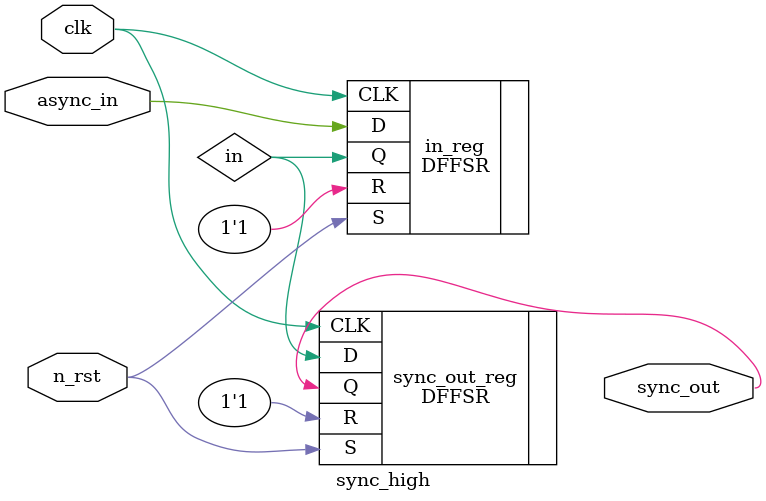
<source format=v>


module sync_high ( clk, n_rst, async_in, sync_out );
  input clk, n_rst, async_in;
  output sync_out;
  wire   in;

  DFFSR in_reg ( .D(async_in), .CLK(clk), .R(1'b1), .S(n_rst), .Q(in) );
  DFFSR sync_out_reg ( .D(in), .CLK(clk), .R(1'b1), .S(n_rst), .Q(sync_out) );
endmodule


</source>
